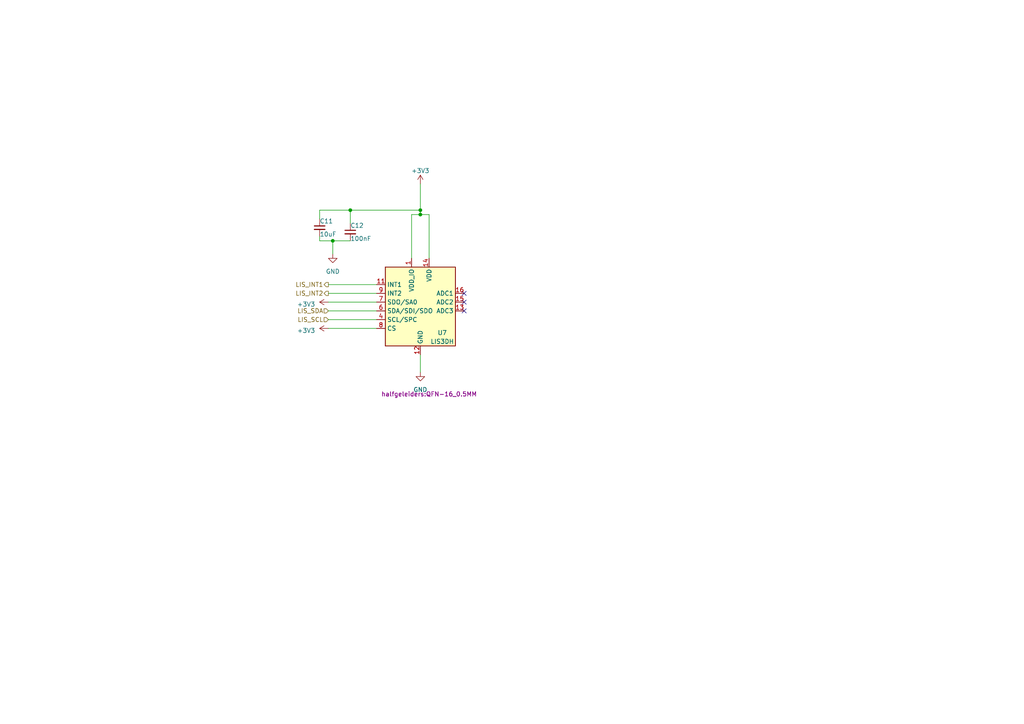
<source format=kicad_sch>
(kicad_sch (version 20210126) (generator eeschema)
  (paper "A4")
  (lib_symbols
    (symbol "Device:C_Small" (pin_numbers hide) (pin_names (offset 0.254) hide)
      (property "Reference" "C" (at 0.254 1.778 0))
      (property "Value" "C_Small" (at 0.254 -2.032 0))
      (symbol "C_Small_0_1"
        (polyline (pts (xy -1.524 -0.508) (xy 1.524 -0.508)) (stroke (width 0.3302)))
        (polyline (pts (xy -1.524 0.508) (xy 1.524 0.508)) (stroke (width 0.3048)))
      )
      (symbol "C_Small_1_1"
        (pin passive line (at 0 2.54 270) (length 2.032) (name "~") (number "1"))
        (pin passive line (at 0 -2.54 90) (length 2.032) (name "~") (number "2"))
      )
    )
    (symbol "Sensor_Motion:LIS3DH"
      (property "Reference" "U" (at -7.62 11.43 0))
      (property "Value" "LIS3DH" (at 6.35 11.43 0))
      (symbol "LIS3DH_0_1"
        (rectangle (start -10.16 10.16) (end 10.16 -12.7) (stroke (width 0.254)) (fill (type background)))
      )
      (symbol "LIS3DH_1_1"
        (pin power_in line (at -2.54 12.7 270) (length 2.54) (name "VDD_IO") (number "1"))
        (pin passive line (at 0 -15.24 90) (length 2.54) hide (name "GND") (number "10"))
        (pin output line (at -12.7 5.08 0) (length 2.54) (name "INT1") (number "11"))
        (pin power_in line (at 0 -15.24 90) (length 2.54) (name "GND") (number "12"))
        (pin input line (at 12.7 -2.54 180) (length 2.54) (name "ADC3") (number "13"))
        (pin power_in line (at 2.54 12.7 270) (length 2.54) (name "VDD") (number "14"))
        (pin input line (at 12.7 0 180) (length 2.54) (name "ADC2") (number "15"))
        (pin input line (at 12.7 2.54 180) (length 2.54) (name "ADC1") (number "16"))
        (pin no_connect line (at 10.16 5.08 180) (length 2.54) hide (name "NC") (number "2"))
        (pin no_connect line (at 10.16 7.62 180) (length 2.54) hide (name "NC") (number "3"))
        (pin input line (at -12.7 -5.08 0) (length 2.54) (name "SCL/SPC") (number "4"))
        (pin passive line (at 0 -15.24 90) (length 2.54) hide (name "GND") (number "5"))
        (pin bidirectional line (at -12.7 -2.54 0) (length 2.54) (name "SDA/SDI/SDO") (number "6"))
        (pin bidirectional line (at -12.7 0 0) (length 2.54) (name "SDO/SA0") (number "7"))
        (pin input line (at -12.7 -7.62 0) (length 2.54) (name "CS") (number "8"))
        (pin output line (at -12.7 2.54 0) (length 2.54) (name "INT2") (number "9"))
      )
    )
    (symbol "power:+3V3" (power) (pin_names (offset 0))
      (property "Value" "+3V3" (at 0 3.556 0))
      (symbol "+3V3_0_1"
        (polyline (pts (xy -0.762 1.27) (xy 0 2.54)))
        (polyline (pts (xy 0 0) (xy 0 2.54)))
        (polyline (pts (xy 0 2.54) (xy 0.762 1.27)))
      )
      (symbol "+3V3_1_1"
        (pin power_in line (at 0 0 90) (length 0) hide (name "+3V3") (number "1"))
      )
    )
    (symbol "power:GND" (power) (pin_names (offset 0))
      (property "Value" "GND" (at 0 -3.81 0))
      (symbol "GND_0_1"
        (polyline (pts (xy 0 0) (xy 0 -1.27) (xy 1.27 -1.27) (xy 0 -2.54) (xy -1.27 -1.27) (xy 0 -1.27)))
      )
      (symbol "GND_1_1"
        (pin power_in line (at 0 0 270) (length 0) hide (name "GND") (number "1"))
      )
    )
  )
  (junction (at 96.52 69.85) (diameter 0.9144))
  (junction (at 101.6 60.96) (diameter 0.9144))
  (junction (at 121.92 60.96) (diameter 0.9144))
  (junction (at 121.92 62.23) (diameter 0.9144))
  (no_connect (at 134.62 85.09))
  (no_connect (at 134.62 87.63))
  (no_connect (at 134.62 90.17))
  (wire (pts (xy 92.71 60.96) (xy 92.71 63.5)))
  (wire (pts (xy 92.71 60.96) (xy 101.6 60.96)))
  (wire (pts (xy 92.71 68.58) (xy 92.71 69.85)))
  (wire (pts (xy 92.71 69.85) (xy 96.52 69.85)))
  (wire (pts (xy 95.25 82.55) (xy 109.22 82.55)))
  (wire (pts (xy 95.25 85.09) (xy 109.22 85.09)))
  (wire (pts (xy 95.25 87.63) (xy 109.22 87.63)))
  (wire (pts (xy 95.25 90.17) (xy 109.22 90.17)))
  (wire (pts (xy 95.25 92.71) (xy 109.22 92.71)))
  (wire (pts (xy 95.25 95.25) (xy 109.22 95.25)))
  (wire (pts (xy 96.52 69.85) (xy 101.6 69.85)))
  (wire (pts (xy 96.52 73.66) (xy 96.52 69.85)))
  (wire (pts (xy 101.6 60.96) (xy 101.6 64.77)))
  (wire (pts (xy 101.6 60.96) (xy 121.92 60.96)))
  (wire (pts (xy 119.38 62.23) (xy 121.92 62.23)))
  (wire (pts (xy 119.38 74.93) (xy 119.38 62.23)))
  (wire (pts (xy 121.92 53.34) (xy 121.92 60.96)))
  (wire (pts (xy 121.92 60.96) (xy 121.92 62.23)))
  (wire (pts (xy 121.92 62.23) (xy 124.46 62.23)))
  (wire (pts (xy 121.92 102.87) (xy 121.92 107.95)))
  (wire (pts (xy 124.46 62.23) (xy 124.46 74.93)))
  (hierarchical_label "LIS_INT1" (shape output) (at 95.25 82.55 180))
  (hierarchical_label "LIS_INT2" (shape output) (at 95.25 85.09 180))
  (hierarchical_label "LIS_SDA" (shape input) (at 95.25 90.17 180))
  (hierarchical_label "LIS_SCL" (shape input) (at 95.25 92.71 180))
  (symbol (lib_id "power:+3V3") (at 95.25 87.63 90) (unit 1)
    (property "Reference" "#PWR0145" (effects hide))
    (property "Value" "+3V3" (at 91.44 88.2649 90) (effects (justify left)))
  )
  (symbol (lib_id "power:+3V3") (at 95.25 95.25 90) (unit 1)
    (property "Reference" "#PWR0146" (effects hide))
    (property "Value" "+3V3" (at 91.44 95.8849 90) (effects (justify left)))
  )
  (symbol (lib_id "power:+3V3") (at 121.92 53.34 0) (unit 1)
    (property "Reference" "#PWR0144" (effects hide))
    (property "Value" "+3V3" (at 121.92 49.53 0))
  )
  (symbol (lib_id "power:GND") (at 96.52 73.66 0) (unit 1)
    (property "Reference" "#PWR0142" (effects hide))
    (property "Value" "GND" (at 96.52 78.74 0))
  )
  (symbol (lib_id "power:GND") (at 121.92 107.95 0) (unit 1)
    (property "Reference" "#PWR0143" (effects hide))
    (property "Value" "GND" (at 121.92 113.03 0))
  )
  (symbol (lib_id "Device:C_Small") (at 92.71 66.04 0) (unit 1)
    (property "Reference" "C11" (at 92.71 64.1349 0) (effects (justify left)))
    (property "Value" "10uF" (at 92.71 67.9449 0) (effects (justify left)))
    (property "Footprint" "vanalles:0603" (effects hide))
  )
  (symbol (lib_id "Device:C_Small") (at 101.6 67.31 0) (unit 1)
    (property "Reference" "C12" (at 101.6 65.4049 0) (effects (justify left)))
    (property "Value" "100nF" (at 101.6 69.2149 0) (effects (justify left)))
    (property "Footprint" "vanalles:0603" (effects hide))
  )
  (symbol (lib_id "Sensor_Motion:LIS3DH") (at 121.92 87.63 0) (unit 1)
    (property "Reference" "U7" (at 128.27 96.52 0))
    (property "Value" "LIS3DH" (at 128.27 99.06 0))
    (property "Footprint" "halfgeleiders:QFN-16_0.5MM" (at 124.46 114.3 0))
    (property "Datasheet" "https://www.st.com/resource/en/datasheet/cd00274221.pdf" (effects hide))
  )
)
</source>
